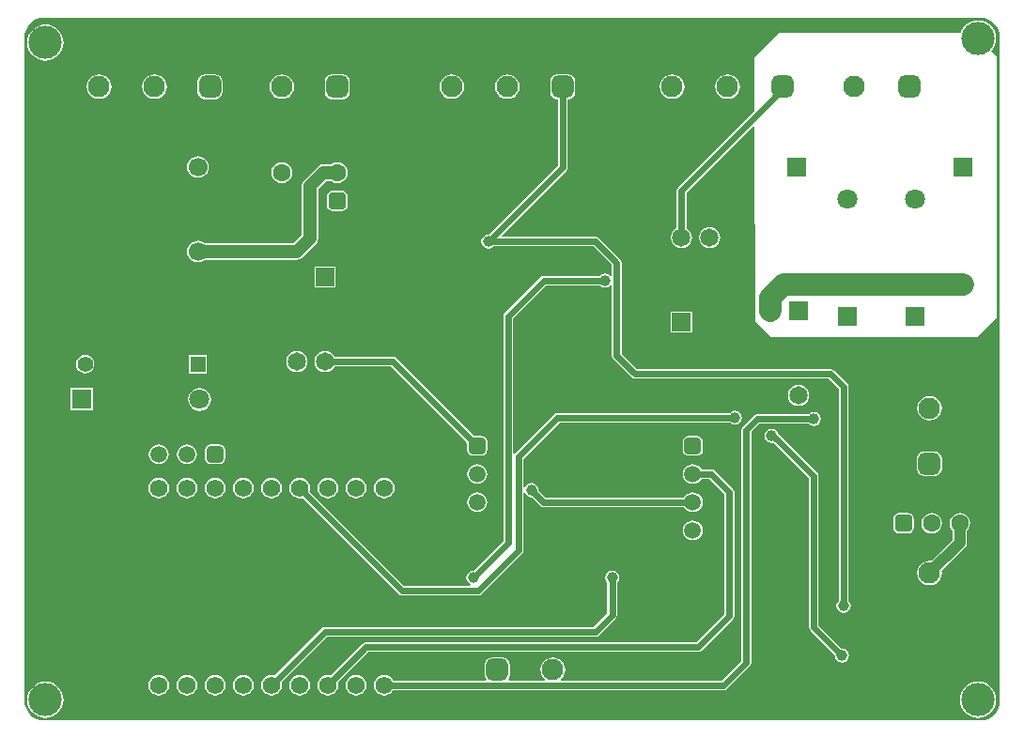
<source format=gbl>
G04*
G04 #@! TF.GenerationSoftware,Altium Limited,Altium Designer,24.5.2 (23)*
G04*
G04 Layer_Physical_Order=2*
G04 Layer_Color=16711680*
%FSLAX24Y24*%
%MOIN*%
G70*
G04*
G04 #@! TF.SameCoordinates,26E0946A-0AB7-4A17-999B-C9CC4906AAC0*
G04*
G04*
G04 #@! TF.FilePolarity,Positive*
G04*
G01*
G75*
%ADD64R,0.0551X0.0551*%
%ADD65C,0.0551*%
%ADD66C,0.0669*%
%ADD79C,0.0787*%
%ADD80C,0.0236*%
%ADD81C,0.0394*%
%ADD83C,0.0472*%
%ADD84C,0.0709*%
%ADD85R,0.0709X0.0709*%
%ADD86C,0.0768*%
G04:AMPARAMS|DCode=87|XSize=76.8mil|YSize=76.8mil|CornerRadius=19.2mil|HoleSize=0mil|Usage=FLASHONLY|Rotation=180.000|XOffset=0mil|YOffset=0mil|HoleType=Round|Shape=RoundedRectangle|*
%AMROUNDEDRECTD87*
21,1,0.0768,0.0384,0,0,180.0*
21,1,0.0384,0.0768,0,0,180.0*
1,1,0.0384,-0.0192,0.0192*
1,1,0.0384,0.0192,0.0192*
1,1,0.0384,0.0192,-0.0192*
1,1,0.0384,-0.0192,-0.0192*
%
%ADD87ROUNDEDRECTD87*%
%ADD88C,0.0650*%
%ADD89R,0.0650X0.0650*%
G04:AMPARAMS|DCode=90|XSize=63mil|YSize=63mil|CornerRadius=15.7mil|HoleSize=0mil|Usage=FLASHONLY|Rotation=0.000|XOffset=0mil|YOffset=0mil|HoleType=Round|Shape=RoundedRectangle|*
%AMROUNDEDRECTD90*
21,1,0.0630,0.0315,0,0,0.0*
21,1,0.0315,0.0630,0,0,0.0*
1,1,0.0315,0.0157,-0.0157*
1,1,0.0315,-0.0157,-0.0157*
1,1,0.0315,-0.0157,0.0157*
1,1,0.0315,0.0157,0.0157*
%
%ADD90ROUNDEDRECTD90*%
%ADD91C,0.0630*%
G04:AMPARAMS|DCode=92|XSize=76.8mil|YSize=76.8mil|CornerRadius=19.2mil|HoleSize=0mil|Usage=FLASHONLY|Rotation=90.000|XOffset=0mil|YOffset=0mil|HoleType=Round|Shape=RoundedRectangle|*
%AMROUNDEDRECTD92*
21,1,0.0768,0.0384,0,0,90.0*
21,1,0.0384,0.0768,0,0,90.0*
1,1,0.0384,0.0192,0.0192*
1,1,0.0384,0.0192,-0.0192*
1,1,0.0384,-0.0192,-0.0192*
1,1,0.0384,-0.0192,0.0192*
%
%ADD92ROUNDEDRECTD92*%
%ADD93R,0.0620X0.0620*%
%ADD94C,0.0620*%
G04:AMPARAMS|DCode=95|XSize=63mil|YSize=63mil|CornerRadius=15.7mil|HoleSize=0mil|Usage=FLASHONLY|Rotation=90.000|XOffset=0mil|YOffset=0mil|HoleType=Round|Shape=RoundedRectangle|*
%AMROUNDEDRECTD95*
21,1,0.0630,0.0315,0,0,90.0*
21,1,0.0315,0.0630,0,0,90.0*
1,1,0.0315,0.0157,0.0157*
1,1,0.0315,0.0157,-0.0157*
1,1,0.0315,-0.0157,-0.0157*
1,1,0.0315,-0.0157,0.0157*
%
%ADD95ROUNDEDRECTD95*%
%ADD96C,0.1181*%
%ADD97R,0.0709X0.0709*%
%ADD98C,0.0598*%
G04:AMPARAMS|DCode=99|XSize=59.8mil|YSize=59.8mil|CornerRadius=15mil|HoleSize=0mil|Usage=FLASHONLY|Rotation=270.000|XOffset=0mil|YOffset=0mil|HoleType=Round|Shape=RoundedRectangle|*
%AMROUNDEDRECTD99*
21,1,0.0598,0.0299,0,0,270.0*
21,1,0.0299,0.0598,0,0,270.0*
1,1,0.0299,-0.0150,-0.0150*
1,1,0.0299,-0.0150,0.0150*
1,1,0.0299,0.0150,0.0150*
1,1,0.0299,0.0150,-0.0150*
%
%ADD99ROUNDEDRECTD99*%
G04:AMPARAMS|DCode=100|XSize=59.8mil|YSize=59.8mil|CornerRadius=15mil|HoleSize=0mil|Usage=FLASHONLY|Rotation=180.000|XOffset=0mil|YOffset=0mil|HoleType=Round|Shape=RoundedRectangle|*
%AMROUNDEDRECTD100*
21,1,0.0598,0.0299,0,0,180.0*
21,1,0.0299,0.0598,0,0,180.0*
1,1,0.0299,-0.0150,0.0150*
1,1,0.0299,0.0150,0.0150*
1,1,0.0299,0.0150,-0.0150*
1,1,0.0299,-0.0150,-0.0150*
%
%ADD100ROUNDEDRECTD100*%
%ADD101C,0.0394*%
G36*
X-1069Y25048D02*
X32147Y25048D01*
X32151Y25047D01*
Y25047D01*
X32151Y25048D01*
X32287Y25034D01*
X32418Y24994D01*
X32538Y24930D01*
X32644Y24843D01*
X32731Y24738D01*
X32795Y24617D01*
X32835Y24486D01*
X32848Y24351D01*
X32848Y24350D01*
X32848Y800D01*
X32848Y799D01*
X32835Y664D01*
X32795Y533D01*
X32731Y412D01*
X32644Y307D01*
X32538Y220D01*
X32418Y156D01*
X32287Y116D01*
X32151Y102D01*
X32151Y103D01*
Y103D01*
X32147Y102D01*
X-1069D01*
X-1071Y102D01*
X-1206Y115D01*
X-1336Y155D01*
X-1457Y219D01*
X-1563Y306D01*
X-1649Y412D01*
X-1714Y532D01*
X-1753Y663D01*
X-1767Y798D01*
X-1767Y799D01*
X-1767Y24351D01*
X-1767Y24352D01*
X-1753Y24487D01*
X-1714Y24618D01*
X-1649Y24738D01*
X-1563Y24844D01*
X-1457Y24931D01*
X-1336Y24995D01*
X-1206Y25035D01*
X-1071Y25048D01*
X-1069Y25048D01*
D02*
G37*
%LPC*%
G36*
X-1023Y24809D02*
X-1149Y24797D01*
X-1270Y24760D01*
X-1381Y24701D01*
X-1478Y24621D01*
X-1558Y24523D01*
X-1618Y24412D01*
X-1655Y24291D01*
X-1667Y24166D01*
X-1655Y24040D01*
X-1618Y23919D01*
X-1558Y23808D01*
X-1478Y23711D01*
X-1381Y23631D01*
X-1270Y23571D01*
X-1149Y23534D01*
X-1023Y23522D01*
X-898Y23534D01*
X-777Y23571D01*
X-666Y23631D01*
X-568Y23711D01*
X-488Y23808D01*
X-429Y23919D01*
X-392Y24040D01*
X-380Y24166D01*
X-392Y24291D01*
X-429Y24412D01*
X-488Y24523D01*
X-568Y24621D01*
X-666Y24701D01*
X-777Y24760D01*
X-898Y24797D01*
X-1023Y24809D01*
D02*
G37*
G36*
X23182Y23038D02*
X23068Y23023D01*
X22963Y22979D01*
X22872Y22909D01*
X22803Y22819D01*
X22759Y22713D01*
X22744Y22600D01*
X22759Y22487D01*
X22803Y22381D01*
X22872Y22291D01*
X22963Y22221D01*
X23068Y22177D01*
X23182Y22162D01*
X23295Y22177D01*
X23400Y22221D01*
X23491Y22291D01*
X23560Y22381D01*
X23604Y22487D01*
X23619Y22600D01*
X23604Y22713D01*
X23560Y22819D01*
X23491Y22909D01*
X23400Y22979D01*
X23295Y23023D01*
X23182Y23038D01*
D02*
G37*
G36*
X21213D02*
X21100Y23023D01*
X20994Y22979D01*
X20904Y22909D01*
X20834Y22819D01*
X20790Y22713D01*
X20775Y22600D01*
X20790Y22487D01*
X20834Y22381D01*
X20904Y22291D01*
X20994Y22221D01*
X21100Y22177D01*
X21213Y22162D01*
X21326Y22177D01*
X21432Y22221D01*
X21522Y22291D01*
X21592Y22381D01*
X21636Y22487D01*
X21651Y22600D01*
X21636Y22713D01*
X21592Y22819D01*
X21522Y22909D01*
X21432Y22979D01*
X21326Y23023D01*
X21213Y23038D01*
D02*
G37*
G36*
X15366D02*
X15252Y23023D01*
X15147Y22979D01*
X15056Y22909D01*
X14987Y22819D01*
X14943Y22713D01*
X14928Y22600D01*
X14943Y22487D01*
X14987Y22381D01*
X15056Y22291D01*
X15147Y22221D01*
X15252Y22177D01*
X15366Y22162D01*
X15479Y22177D01*
X15585Y22221D01*
X15675Y22291D01*
X15745Y22381D01*
X15788Y22487D01*
X15803Y22600D01*
X15788Y22713D01*
X15745Y22819D01*
X15675Y22909D01*
X15585Y22979D01*
X15479Y23023D01*
X15366Y23038D01*
D02*
G37*
G36*
X13397D02*
X13284Y23023D01*
X13178Y22979D01*
X13088Y22909D01*
X13018Y22819D01*
X12975Y22713D01*
X12960Y22600D01*
X12975Y22487D01*
X13018Y22381D01*
X13088Y22291D01*
X13178Y22221D01*
X13284Y22177D01*
X13397Y22162D01*
X13511Y22177D01*
X13616Y22221D01*
X13707Y22291D01*
X13776Y22381D01*
X13820Y22487D01*
X13835Y22600D01*
X13820Y22713D01*
X13776Y22819D01*
X13707Y22909D01*
X13616Y22979D01*
X13511Y23023D01*
X13397Y23038D01*
D02*
G37*
G36*
X7366D02*
X7252Y23023D01*
X7147Y22979D01*
X7056Y22909D01*
X6987Y22819D01*
X6943Y22713D01*
X6928Y22600D01*
X6943Y22487D01*
X6987Y22381D01*
X7056Y22291D01*
X7147Y22221D01*
X7252Y22177D01*
X7366Y22162D01*
X7479Y22177D01*
X7585Y22221D01*
X7675Y22291D01*
X7745Y22381D01*
X7788Y22487D01*
X7803Y22600D01*
X7788Y22713D01*
X7745Y22819D01*
X7675Y22909D01*
X7585Y22979D01*
X7479Y23023D01*
X7366Y23038D01*
D02*
G37*
G36*
X2850D02*
X2737Y23023D01*
X2631Y22979D01*
X2541Y22909D01*
X2471Y22819D01*
X2427Y22713D01*
X2412Y22600D01*
X2427Y22487D01*
X2471Y22381D01*
X2541Y22291D01*
X2631Y22221D01*
X2737Y22177D01*
X2850Y22162D01*
X2963Y22177D01*
X3069Y22221D01*
X3159Y22291D01*
X3229Y22381D01*
X3273Y22487D01*
X3288Y22600D01*
X3273Y22713D01*
X3229Y22819D01*
X3159Y22909D01*
X3069Y22979D01*
X2963Y23023D01*
X2850Y23038D01*
D02*
G37*
G36*
X882D02*
X768Y23023D01*
X663Y22979D01*
X572Y22909D01*
X503Y22819D01*
X459Y22713D01*
X444Y22600D01*
X459Y22487D01*
X503Y22381D01*
X572Y22291D01*
X663Y22221D01*
X768Y22177D01*
X882Y22162D01*
X995Y22177D01*
X1100Y22221D01*
X1191Y22291D01*
X1260Y22381D01*
X1304Y22487D01*
X1319Y22600D01*
X1304Y22713D01*
X1260Y22819D01*
X1191Y22909D01*
X1100Y22979D01*
X995Y23023D01*
X882Y23038D01*
D02*
G37*
G36*
X9526Y23039D02*
X9142D01*
X9048Y23020D01*
X8968Y22966D01*
X8914Y22886D01*
X8896Y22792D01*
Y22408D01*
X8914Y22314D01*
X8968Y22234D01*
X9048Y22180D01*
X9142Y22161D01*
X9526D01*
X9621Y22180D01*
X9701Y22234D01*
X9754Y22314D01*
X9773Y22408D01*
Y22792D01*
X9754Y22886D01*
X9701Y22966D01*
X9621Y23020D01*
X9526Y23039D01*
D02*
G37*
G36*
X5010D02*
X4627D01*
X4532Y23020D01*
X4452Y22966D01*
X4399Y22886D01*
X4380Y22792D01*
Y22408D01*
X4399Y22314D01*
X4452Y22234D01*
X4532Y22180D01*
X4627Y22161D01*
X5010D01*
X5105Y22180D01*
X5185Y22234D01*
X5238Y22314D01*
X5257Y22408D01*
Y22792D01*
X5238Y22886D01*
X5185Y22966D01*
X5105Y23020D01*
X5010Y23039D01*
D02*
G37*
G36*
X4388Y20138D02*
X4288Y20125D01*
X4194Y20086D01*
X4114Y20024D01*
X4052Y19944D01*
X4013Y19850D01*
X4000Y19750D01*
X4013Y19650D01*
X4052Y19556D01*
X4114Y19476D01*
X4194Y19414D01*
X4288Y19375D01*
X4388Y19362D01*
X4489Y19375D01*
X4582Y19414D01*
X4663Y19476D01*
X4724Y19556D01*
X4763Y19650D01*
X4776Y19750D01*
X4763Y19850D01*
X4724Y19944D01*
X4663Y20024D01*
X4582Y20086D01*
X4489Y20125D01*
X4388Y20138D01*
D02*
G37*
G36*
X9334Y19918D02*
X9239Y19906D01*
X9150Y19869D01*
X9111Y19839D01*
X8831D01*
X8756Y19829D01*
X8686Y19800D01*
X8627Y19754D01*
X8627Y19754D01*
X8165Y19293D01*
X8120Y19233D01*
X8091Y19163D01*
X8081Y19089D01*
Y17331D01*
X7789Y17039D01*
X4644D01*
X4582Y17086D01*
X4489Y17125D01*
X4388Y17138D01*
X4288Y17125D01*
X4194Y17086D01*
X4114Y17024D01*
X4052Y16944D01*
X4013Y16850D01*
X4000Y16750D01*
X4013Y16650D01*
X4052Y16556D01*
X4114Y16476D01*
X4194Y16414D01*
X4288Y16375D01*
X4388Y16362D01*
X4489Y16375D01*
X4582Y16414D01*
X4644Y16461D01*
X7908D01*
X7983Y16471D01*
X8053Y16500D01*
X8112Y16546D01*
X8574Y17007D01*
X8620Y17067D01*
X8648Y17137D01*
X8658Y17211D01*
Y18969D01*
X8950Y19261D01*
X9111D01*
X9150Y19231D01*
X9239Y19194D01*
X9334Y19182D01*
X9430Y19194D01*
X9518Y19231D01*
X9595Y19290D01*
X9653Y19366D01*
X9690Y19455D01*
X9702Y19550D01*
X9690Y19645D01*
X9653Y19734D01*
X9595Y19810D01*
X9518Y19869D01*
X9430Y19906D01*
X9334Y19918D01*
D02*
G37*
G36*
X7366D02*
X7270Y19906D01*
X7182Y19869D01*
X7105Y19810D01*
X7047Y19734D01*
X7010Y19645D01*
X6998Y19550D01*
X7010Y19455D01*
X7047Y19366D01*
X7105Y19290D01*
X7182Y19231D01*
X7270Y19194D01*
X7366Y19182D01*
X7461Y19194D01*
X7550Y19231D01*
X7626Y19290D01*
X7685Y19366D01*
X7721Y19455D01*
X7734Y19550D01*
X7721Y19645D01*
X7685Y19734D01*
X7626Y19810D01*
X7550Y19869D01*
X7461Y19906D01*
X7366Y19918D01*
D02*
G37*
G36*
X9492Y18919D02*
X9177D01*
X9096Y18903D01*
X9027Y18857D01*
X8981Y18788D01*
X8965Y18707D01*
Y18393D01*
X8981Y18312D01*
X9027Y18243D01*
X9096Y18197D01*
X9177Y18181D01*
X9492D01*
X9573Y18197D01*
X9641Y18243D01*
X9687Y18312D01*
X9703Y18393D01*
Y18707D01*
X9687Y18788D01*
X9641Y18857D01*
X9573Y18903D01*
X9492Y18919D01*
D02*
G37*
G36*
X17526Y23039D02*
X17142D01*
X17048Y23020D01*
X16968Y22966D01*
X16914Y22886D01*
X16896Y22792D01*
Y22408D01*
X16914Y22314D01*
X16968Y22234D01*
X17048Y22180D01*
X17142Y22161D01*
X17163D01*
Y19805D01*
X14708Y17350D01*
X14700Y17352D01*
X14604Y17333D01*
X14522Y17278D01*
X14467Y17196D01*
X14448Y17100D01*
X14467Y17004D01*
X14522Y16922D01*
X14604Y16867D01*
X14700Y16848D01*
X14796Y16867D01*
X14878Y16922D01*
X14882Y16929D01*
X18429D01*
X19079Y16279D01*
Y15891D01*
X19029Y15876D01*
X19014Y15898D01*
X18932Y15952D01*
X18836Y15972D01*
X18740Y15952D01*
X18658Y15898D01*
X18654Y15891D01*
X16670D01*
X16604Y15878D01*
X16549Y15841D01*
X15279Y14571D01*
X15242Y14516D01*
X15229Y14450D01*
Y6471D01*
X14171Y5414D01*
X14163Y5415D01*
X14067Y5396D01*
X13985Y5341D01*
X13931Y5260D01*
X13912Y5163D01*
X13931Y5067D01*
X13985Y4985D01*
X14052Y4941D01*
X14037Y4891D01*
X11701D01*
X8347Y8246D01*
X8351Y8256D01*
X8363Y8350D01*
X8351Y8444D01*
X8314Y8532D01*
X8257Y8607D01*
X8182Y8664D01*
X8094Y8701D01*
X8000Y8713D01*
X7906Y8701D01*
X7818Y8664D01*
X7743Y8607D01*
X7686Y8532D01*
X7649Y8444D01*
X7637Y8350D01*
X7649Y8256D01*
X7686Y8168D01*
X7743Y8093D01*
X7818Y8036D01*
X7906Y7999D01*
X8000Y7987D01*
X8094Y7999D01*
X8104Y8003D01*
X11509Y4599D01*
X11565Y4561D01*
X11630Y4548D01*
X14347D01*
X14413Y4561D01*
X14468Y4599D01*
X15886Y6016D01*
X15923Y6072D01*
X15936Y6137D01*
Y8184D01*
X15986Y8189D01*
X15987Y8184D01*
X16042Y8102D01*
X16124Y8048D01*
X16220Y8028D01*
X16228Y8030D01*
X16529Y7729D01*
X16584Y7692D01*
X16650Y7679D01*
X21643D01*
X21645Y7674D01*
X21701Y7601D01*
X21774Y7545D01*
X21859Y7510D01*
X21950Y7498D01*
X22041Y7510D01*
X22126Y7545D01*
X22199Y7601D01*
X22255Y7674D01*
X22290Y7759D01*
X22302Y7850D01*
X22290Y7941D01*
X22255Y8026D01*
X22199Y8099D01*
X22126Y8155D01*
X22041Y8190D01*
X21950Y8202D01*
X21859Y8190D01*
X21774Y8155D01*
X21701Y8099D01*
X21645Y8026D01*
X21643Y8021D01*
X16721D01*
X16470Y8272D01*
X16472Y8280D01*
X16452Y8376D01*
X16398Y8458D01*
X16316Y8513D01*
X16220Y8532D01*
X16124Y8513D01*
X16042Y8458D01*
X15987Y8376D01*
X15986Y8372D01*
X15936Y8376D01*
Y9394D01*
X17221Y10679D01*
X23268D01*
X23272Y10672D01*
X23354Y10617D01*
X23450Y10598D01*
X23546Y10617D01*
X23628Y10672D01*
X23683Y10754D01*
X23702Y10850D01*
X23683Y10946D01*
X23628Y11028D01*
X23546Y11083D01*
X23450Y11102D01*
X23354Y11083D01*
X23272Y11028D01*
X23268Y11021D01*
X17150D01*
X17084Y11008D01*
X17029Y10971D01*
X15644Y9586D01*
X15621Y9553D01*
X15571Y9568D01*
Y14379D01*
X16741Y15549D01*
X18654D01*
X18658Y15542D01*
X18740Y15487D01*
X18836Y15468D01*
X18932Y15487D01*
X19014Y15542D01*
X19029Y15564D01*
X19079Y15549D01*
Y13050D01*
X19092Y12984D01*
X19129Y12929D01*
X19779Y12279D01*
X19834Y12242D01*
X19900Y12229D01*
X26779D01*
X27129Y11879D01*
Y4355D01*
X27122Y4350D01*
X27067Y4269D01*
X27048Y4172D01*
X27067Y4076D01*
X27122Y3994D01*
X27204Y3940D01*
X27300Y3921D01*
X27396Y3940D01*
X27478Y3994D01*
X27533Y4076D01*
X27552Y4172D01*
X27533Y4269D01*
X27478Y4350D01*
X27471Y4355D01*
Y11950D01*
X27458Y12016D01*
X27421Y12071D01*
X26971Y12521D01*
X26916Y12558D01*
X26850Y12571D01*
X19971D01*
X19421Y13121D01*
Y16350D01*
X19408Y16416D01*
X19371Y16471D01*
X18621Y17221D01*
X18566Y17258D01*
X18500Y17271D01*
X15179D01*
X15160Y17318D01*
X17455Y19613D01*
X17493Y19669D01*
X17506Y19734D01*
Y22161D01*
X17526D01*
X17621Y22180D01*
X17701Y22234D01*
X17754Y22314D01*
X17773Y22408D01*
Y22792D01*
X17754Y22886D01*
X17701Y22966D01*
X17621Y23020D01*
X17526Y23039D01*
D02*
G37*
G36*
X22550Y17628D02*
X22452Y17615D01*
X22361Y17578D01*
X22283Y17517D01*
X22222Y17439D01*
X22185Y17348D01*
X22172Y17250D01*
X22185Y17152D01*
X22222Y17061D01*
X22283Y16983D01*
X22361Y16922D01*
X22452Y16885D01*
X22550Y16872D01*
X22648Y16885D01*
X22739Y16922D01*
X22817Y16983D01*
X22878Y17061D01*
X22915Y17152D01*
X22928Y17250D01*
X22915Y17348D01*
X22878Y17439D01*
X22817Y17517D01*
X22739Y17578D01*
X22648Y17615D01*
X22550Y17628D01*
D02*
G37*
G36*
X9275Y16225D02*
X8525D01*
Y15475D01*
X9275D01*
Y16225D01*
D02*
G37*
G36*
X21925Y14625D02*
X21175D01*
Y13875D01*
X21925D01*
Y14625D01*
D02*
G37*
G36*
X32071Y24959D02*
X31946Y24947D01*
X31825Y24910D01*
X31714Y24851D01*
X31616Y24771D01*
X31536Y24673D01*
X31477Y24562D01*
X31458Y24500D01*
X25000D01*
X24127Y23627D01*
X24136Y21729D01*
X21429Y19021D01*
X21392Y18966D01*
X21379Y18900D01*
Y17585D01*
X21361Y17578D01*
X21283Y17517D01*
X21222Y17439D01*
X21185Y17348D01*
X21172Y17250D01*
X21185Y17152D01*
X21222Y17061D01*
X21283Y16983D01*
X21361Y16922D01*
X21452Y16885D01*
X21550Y16872D01*
X21648Y16885D01*
X21739Y16922D01*
X21817Y16983D01*
X21878Y17061D01*
X21915Y17152D01*
X21928Y17250D01*
X21915Y17348D01*
X21878Y17439D01*
X21817Y17517D01*
X21739Y17578D01*
X21721Y17585D01*
Y18829D01*
X24093Y21200D01*
X24139Y21181D01*
X24174Y14276D01*
X24750Y13700D01*
X32050D01*
X32750Y14400D01*
Y23650D01*
X32532Y23868D01*
X32606Y23958D01*
X32666Y24069D01*
X32703Y24190D01*
X32715Y24316D01*
X32703Y24441D01*
X32666Y24562D01*
X32606Y24673D01*
X32526Y24771D01*
X32429Y24851D01*
X32318Y24910D01*
X32197Y24947D01*
X32071Y24959D01*
D02*
G37*
G36*
X7900Y13228D02*
X7802Y13215D01*
X7711Y13178D01*
X7633Y13117D01*
X7572Y13039D01*
X7535Y12948D01*
X7522Y12850D01*
X7535Y12752D01*
X7572Y12661D01*
X7633Y12583D01*
X7711Y12522D01*
X7802Y12485D01*
X7900Y12472D01*
X7998Y12485D01*
X8089Y12522D01*
X8167Y12583D01*
X8228Y12661D01*
X8265Y12752D01*
X8278Y12850D01*
X8265Y12948D01*
X8228Y13039D01*
X8167Y13117D01*
X8089Y13178D01*
X7998Y13215D01*
X7900Y13228D01*
D02*
G37*
G36*
X4714Y13076D02*
X4063D01*
Y12424D01*
X4714D01*
Y13076D01*
D02*
G37*
G36*
X388Y13078D02*
X303Y13067D01*
X224Y13034D01*
X156Y12982D01*
X104Y12914D01*
X71Y12835D01*
X60Y12750D01*
X71Y12665D01*
X104Y12586D01*
X156Y12518D01*
X224Y12466D01*
X303Y12433D01*
X388Y12422D01*
X473Y12433D01*
X552Y12466D01*
X620Y12518D01*
X673Y12586D01*
X705Y12665D01*
X717Y12750D01*
X705Y12835D01*
X673Y12914D01*
X620Y12982D01*
X552Y13034D01*
X473Y13067D01*
X388Y13078D01*
D02*
G37*
G36*
X25700Y12028D02*
X25602Y12015D01*
X25511Y11978D01*
X25433Y11917D01*
X25372Y11839D01*
X25335Y11748D01*
X25322Y11650D01*
X25335Y11552D01*
X25372Y11461D01*
X25433Y11383D01*
X25511Y11322D01*
X25602Y11285D01*
X25700Y11272D01*
X25798Y11285D01*
X25889Y11322D01*
X25967Y11383D01*
X26028Y11461D01*
X26065Y11552D01*
X26078Y11650D01*
X26065Y11748D01*
X26028Y11839D01*
X25967Y11917D01*
X25889Y11978D01*
X25798Y12015D01*
X25700Y12028D01*
D02*
G37*
G36*
X681Y11904D02*
X-128D01*
Y11096D01*
X681D01*
Y11904D01*
D02*
G37*
G36*
X4450Y11908D02*
X4344Y11894D01*
X4246Y11853D01*
X4162Y11788D01*
X4097Y11704D01*
X4056Y11606D01*
X4042Y11500D01*
X4056Y11394D01*
X4097Y11296D01*
X4162Y11212D01*
X4246Y11147D01*
X4344Y11106D01*
X4450Y11092D01*
X4556Y11106D01*
X4654Y11147D01*
X4738Y11212D01*
X4803Y11296D01*
X4844Y11394D01*
X4858Y11500D01*
X4844Y11606D01*
X4803Y11704D01*
X4738Y11788D01*
X4654Y11853D01*
X4556Y11894D01*
X4450Y11908D01*
D02*
G37*
G36*
X30350Y11622D02*
X30237Y11607D01*
X30131Y11563D01*
X30041Y11494D01*
X29971Y11403D01*
X29927Y11298D01*
X29912Y11184D01*
X29927Y11071D01*
X29971Y10965D01*
X30041Y10875D01*
X30131Y10805D01*
X30237Y10762D01*
X30350Y10747D01*
X30463Y10762D01*
X30569Y10805D01*
X30659Y10875D01*
X30729Y10965D01*
X30773Y11071D01*
X30788Y11184D01*
X30773Y11298D01*
X30729Y11403D01*
X30659Y11494D01*
X30569Y11563D01*
X30463Y11607D01*
X30350Y11622D01*
D02*
G37*
G36*
X26250Y11052D02*
X26154Y11033D01*
X26072Y10978D01*
X26068Y10971D01*
X24231D01*
X24165Y10958D01*
X24110Y10921D01*
X23729Y10540D01*
X23692Y10485D01*
X23679Y10419D01*
Y2221D01*
X22977Y1519D01*
X17283D01*
X17266Y1569D01*
X17294Y1591D01*
X17363Y1681D01*
X17407Y1787D01*
X17422Y1900D01*
X17407Y2013D01*
X17363Y2119D01*
X17294Y2209D01*
X17203Y2279D01*
X17098Y2323D01*
X16984Y2338D01*
X16871Y2323D01*
X16765Y2279D01*
X16675Y2209D01*
X16605Y2119D01*
X16562Y2013D01*
X16547Y1900D01*
X16562Y1787D01*
X16605Y1681D01*
X16675Y1591D01*
X16702Y1569D01*
X16685Y1519D01*
X15433D01*
X15406Y1569D01*
X15436Y1614D01*
X15454Y1708D01*
Y2092D01*
X15436Y2186D01*
X15382Y2266D01*
X15302Y2320D01*
X15208Y2339D01*
X14824D01*
X14729Y2320D01*
X14649Y2266D01*
X14596Y2186D01*
X14577Y2092D01*
Y1708D01*
X14596Y1614D01*
X14625Y1569D01*
X14599Y1519D01*
X11319D01*
X11314Y1532D01*
X11257Y1607D01*
X11182Y1664D01*
X11094Y1701D01*
X11000Y1713D01*
X10906Y1701D01*
X10818Y1664D01*
X10743Y1607D01*
X10686Y1532D01*
X10649Y1444D01*
X10637Y1350D01*
X10649Y1256D01*
X10686Y1168D01*
X10743Y1093D01*
X10818Y1036D01*
X10906Y999D01*
X11000Y987D01*
X11094Y999D01*
X11182Y1036D01*
X11257Y1093D01*
X11314Y1168D01*
X11318Y1177D01*
X23048D01*
X23114Y1190D01*
X23169Y1227D01*
X23971Y2029D01*
X24008Y2084D01*
X24021Y2150D01*
Y10348D01*
X24302Y10629D01*
X26068D01*
X26072Y10622D01*
X26154Y10567D01*
X26250Y10548D01*
X26346Y10567D01*
X26428Y10622D01*
X26483Y10704D01*
X26502Y10800D01*
X26483Y10896D01*
X26428Y10978D01*
X26346Y11033D01*
X26250Y11052D01*
D02*
G37*
G36*
X22100Y10203D02*
X21800D01*
X21723Y10188D01*
X21656Y10144D01*
X21612Y10077D01*
X21597Y10000D01*
Y9700D01*
X21612Y9623D01*
X21656Y9556D01*
X21723Y9512D01*
X21800Y9497D01*
X22100D01*
X22177Y9512D01*
X22244Y9556D01*
X22288Y9623D01*
X22303Y9700D01*
Y10000D01*
X22288Y10077D01*
X22244Y10144D01*
X22177Y10188D01*
X22100Y10203D01*
D02*
G37*
G36*
X8900Y13228D02*
X8802Y13215D01*
X8711Y13178D01*
X8633Y13117D01*
X8572Y13039D01*
X8535Y12948D01*
X8522Y12850D01*
X8535Y12752D01*
X8572Y12661D01*
X8633Y12583D01*
X8711Y12522D01*
X8802Y12485D01*
X8900Y12472D01*
X8998Y12485D01*
X9089Y12522D01*
X9167Y12583D01*
X9228Y12661D01*
X9235Y12679D01*
X11229D01*
X13947Y9961D01*
Y9700D01*
X13962Y9623D01*
X14006Y9556D01*
X14073Y9512D01*
X14150Y9497D01*
X14450D01*
X14527Y9512D01*
X14594Y9556D01*
X14638Y9623D01*
X14653Y9700D01*
Y10000D01*
X14638Y10077D01*
X14594Y10144D01*
X14527Y10188D01*
X14450Y10203D01*
X14189D01*
X11421Y12971D01*
X11366Y13008D01*
X11300Y13021D01*
X9235D01*
X9228Y13039D01*
X9167Y13117D01*
X9089Y13178D01*
X8998Y13215D01*
X8900Y13228D01*
D02*
G37*
G36*
X4000Y9902D02*
X3909Y9890D01*
X3824Y9855D01*
X3751Y9799D01*
X3695Y9726D01*
X3660Y9641D01*
X3648Y9550D01*
X3660Y9459D01*
X3695Y9374D01*
X3751Y9301D01*
X3824Y9245D01*
X3909Y9210D01*
X4000Y9198D01*
X4091Y9210D01*
X4176Y9245D01*
X4249Y9301D01*
X4305Y9374D01*
X4340Y9459D01*
X4352Y9550D01*
X4340Y9641D01*
X4305Y9726D01*
X4249Y9799D01*
X4176Y9855D01*
X4091Y9890D01*
X4000Y9902D01*
D02*
G37*
G36*
X3000D02*
X2909Y9890D01*
X2824Y9855D01*
X2751Y9799D01*
X2695Y9726D01*
X2660Y9641D01*
X2648Y9550D01*
X2660Y9459D01*
X2695Y9374D01*
X2751Y9301D01*
X2824Y9245D01*
X2909Y9210D01*
X3000Y9198D01*
X3091Y9210D01*
X3176Y9245D01*
X3249Y9301D01*
X3305Y9374D01*
X3340Y9459D01*
X3352Y9550D01*
X3340Y9641D01*
X3305Y9726D01*
X3249Y9799D01*
X3176Y9855D01*
X3091Y9890D01*
X3000Y9902D01*
D02*
G37*
G36*
X5150Y9903D02*
X4850D01*
X4773Y9888D01*
X4706Y9844D01*
X4662Y9777D01*
X4647Y9700D01*
Y9400D01*
X4662Y9323D01*
X4706Y9256D01*
X4773Y9212D01*
X4850Y9197D01*
X5150D01*
X5227Y9212D01*
X5294Y9256D01*
X5338Y9323D01*
X5353Y9400D01*
Y9700D01*
X5338Y9777D01*
X5294Y9844D01*
X5227Y9888D01*
X5150Y9903D01*
D02*
G37*
G36*
X30542Y9654D02*
X30158D01*
X30064Y9636D01*
X29984Y9582D01*
X29930Y9502D01*
X29911Y9408D01*
Y9024D01*
X29930Y8929D01*
X29984Y8849D01*
X30064Y8796D01*
X30158Y8777D01*
X30542D01*
X30636Y8796D01*
X30716Y8849D01*
X30770Y8929D01*
X30789Y9024D01*
Y9408D01*
X30770Y9502D01*
X30716Y9582D01*
X30636Y9636D01*
X30542Y9654D01*
D02*
G37*
G36*
X14300Y9202D02*
X14209Y9190D01*
X14124Y9155D01*
X14051Y9099D01*
X13995Y9026D01*
X13960Y8941D01*
X13948Y8850D01*
X13960Y8759D01*
X13995Y8674D01*
X14051Y8601D01*
X14124Y8545D01*
X14209Y8510D01*
X14300Y8498D01*
X14391Y8510D01*
X14476Y8545D01*
X14549Y8601D01*
X14605Y8674D01*
X14640Y8759D01*
X14652Y8850D01*
X14640Y8941D01*
X14605Y9026D01*
X14549Y9099D01*
X14476Y9155D01*
X14391Y9190D01*
X14300Y9202D01*
D02*
G37*
G36*
X11000Y8713D02*
X10906Y8701D01*
X10818Y8664D01*
X10743Y8607D01*
X10686Y8532D01*
X10649Y8444D01*
X10637Y8350D01*
X10649Y8256D01*
X10686Y8168D01*
X10743Y8093D01*
X10818Y8036D01*
X10906Y7999D01*
X11000Y7987D01*
X11094Y7999D01*
X11182Y8036D01*
X11257Y8093D01*
X11314Y8168D01*
X11351Y8256D01*
X11363Y8350D01*
X11351Y8444D01*
X11314Y8532D01*
X11257Y8607D01*
X11182Y8664D01*
X11094Y8701D01*
X11000Y8713D01*
D02*
G37*
G36*
X10000D02*
X9906Y8701D01*
X9818Y8664D01*
X9743Y8607D01*
X9686Y8532D01*
X9649Y8444D01*
X9637Y8350D01*
X9649Y8256D01*
X9686Y8168D01*
X9743Y8093D01*
X9818Y8036D01*
X9906Y7999D01*
X10000Y7987D01*
X10094Y7999D01*
X10182Y8036D01*
X10257Y8093D01*
X10314Y8168D01*
X10351Y8256D01*
X10363Y8350D01*
X10351Y8444D01*
X10314Y8532D01*
X10257Y8607D01*
X10182Y8664D01*
X10094Y8701D01*
X10000Y8713D01*
D02*
G37*
G36*
X9000D02*
X8906Y8701D01*
X8818Y8664D01*
X8743Y8607D01*
X8686Y8532D01*
X8649Y8444D01*
X8637Y8350D01*
X8649Y8256D01*
X8686Y8168D01*
X8743Y8093D01*
X8818Y8036D01*
X8906Y7999D01*
X9000Y7987D01*
X9094Y7999D01*
X9182Y8036D01*
X9257Y8093D01*
X9314Y8168D01*
X9351Y8256D01*
X9363Y8350D01*
X9351Y8444D01*
X9314Y8532D01*
X9257Y8607D01*
X9182Y8664D01*
X9094Y8701D01*
X9000Y8713D01*
D02*
G37*
G36*
X7000D02*
X6906Y8701D01*
X6818Y8664D01*
X6743Y8607D01*
X6686Y8532D01*
X6649Y8444D01*
X6637Y8350D01*
X6649Y8256D01*
X6686Y8168D01*
X6743Y8093D01*
X6818Y8036D01*
X6906Y7999D01*
X7000Y7987D01*
X7094Y7999D01*
X7182Y8036D01*
X7257Y8093D01*
X7314Y8168D01*
X7351Y8256D01*
X7363Y8350D01*
X7351Y8444D01*
X7314Y8532D01*
X7257Y8607D01*
X7182Y8664D01*
X7094Y8701D01*
X7000Y8713D01*
D02*
G37*
G36*
X6000D02*
X5906Y8701D01*
X5818Y8664D01*
X5743Y8607D01*
X5686Y8532D01*
X5649Y8444D01*
X5637Y8350D01*
X5649Y8256D01*
X5686Y8168D01*
X5743Y8093D01*
X5818Y8036D01*
X5906Y7999D01*
X6000Y7987D01*
X6094Y7999D01*
X6182Y8036D01*
X6257Y8093D01*
X6314Y8168D01*
X6351Y8256D01*
X6363Y8350D01*
X6351Y8444D01*
X6314Y8532D01*
X6257Y8607D01*
X6182Y8664D01*
X6094Y8701D01*
X6000Y8713D01*
D02*
G37*
G36*
X5000D02*
X4906Y8701D01*
X4818Y8664D01*
X4743Y8607D01*
X4686Y8532D01*
X4649Y8444D01*
X4637Y8350D01*
X4649Y8256D01*
X4686Y8168D01*
X4743Y8093D01*
X4818Y8036D01*
X4906Y7999D01*
X5000Y7987D01*
X5094Y7999D01*
X5182Y8036D01*
X5257Y8093D01*
X5314Y8168D01*
X5351Y8256D01*
X5363Y8350D01*
X5351Y8444D01*
X5314Y8532D01*
X5257Y8607D01*
X5182Y8664D01*
X5094Y8701D01*
X5000Y8713D01*
D02*
G37*
G36*
X4000D02*
X3906Y8701D01*
X3818Y8664D01*
X3743Y8607D01*
X3686Y8532D01*
X3649Y8444D01*
X3637Y8350D01*
X3649Y8256D01*
X3686Y8168D01*
X3743Y8093D01*
X3818Y8036D01*
X3906Y7999D01*
X4000Y7987D01*
X4094Y7999D01*
X4182Y8036D01*
X4257Y8093D01*
X4314Y8168D01*
X4351Y8256D01*
X4363Y8350D01*
X4351Y8444D01*
X4314Y8532D01*
X4257Y8607D01*
X4182Y8664D01*
X4094Y8701D01*
X4000Y8713D01*
D02*
G37*
G36*
X3000D02*
X2906Y8701D01*
X2818Y8664D01*
X2743Y8607D01*
X2686Y8532D01*
X2649Y8444D01*
X2637Y8350D01*
X2649Y8256D01*
X2686Y8168D01*
X2743Y8093D01*
X2818Y8036D01*
X2906Y7999D01*
X3000Y7987D01*
X3094Y7999D01*
X3182Y8036D01*
X3257Y8093D01*
X3314Y8168D01*
X3351Y8256D01*
X3363Y8350D01*
X3351Y8444D01*
X3314Y8532D01*
X3257Y8607D01*
X3182Y8664D01*
X3094Y8701D01*
X3000Y8713D01*
D02*
G37*
G36*
X14300Y8202D02*
X14209Y8190D01*
X14124Y8155D01*
X14051Y8099D01*
X13995Y8026D01*
X13960Y7941D01*
X13948Y7850D01*
X13960Y7759D01*
X13995Y7674D01*
X14051Y7601D01*
X14124Y7545D01*
X14209Y7510D01*
X14300Y7498D01*
X14391Y7510D01*
X14476Y7545D01*
X14549Y7601D01*
X14605Y7674D01*
X14640Y7759D01*
X14652Y7850D01*
X14640Y7941D01*
X14605Y8026D01*
X14549Y8099D01*
X14476Y8155D01*
X14391Y8190D01*
X14300Y8202D01*
D02*
G37*
G36*
X30425Y7468D02*
X30330Y7456D01*
X30241Y7419D01*
X30165Y7360D01*
X30106Y7284D01*
X30069Y7195D01*
X30057Y7100D01*
X30069Y7005D01*
X30106Y6916D01*
X30165Y6840D01*
X30241Y6781D01*
X30330Y6744D01*
X30425Y6732D01*
X30520Y6744D01*
X30609Y6781D01*
X30685Y6840D01*
X30744Y6916D01*
X30780Y7005D01*
X30793Y7100D01*
X30780Y7195D01*
X30744Y7284D01*
X30685Y7360D01*
X30609Y7419D01*
X30520Y7456D01*
X30425Y7468D01*
D02*
G37*
G36*
X29582Y7469D02*
X29267D01*
X29186Y7453D01*
X29118Y7407D01*
X29072Y7338D01*
X29056Y7257D01*
Y6943D01*
X29072Y6862D01*
X29118Y6793D01*
X29186Y6747D01*
X29267Y6731D01*
X29582D01*
X29663Y6747D01*
X29732Y6793D01*
X29778Y6862D01*
X29794Y6943D01*
Y7257D01*
X29778Y7338D01*
X29732Y7407D01*
X29663Y7453D01*
X29582Y7469D01*
D02*
G37*
G36*
X21950Y7202D02*
X21859Y7190D01*
X21774Y7155D01*
X21701Y7099D01*
X21645Y7026D01*
X21610Y6941D01*
X21598Y6850D01*
X21610Y6759D01*
X21645Y6674D01*
X21701Y6601D01*
X21774Y6545D01*
X21859Y6510D01*
X21950Y6498D01*
X22041Y6510D01*
X22126Y6545D01*
X22199Y6601D01*
X22255Y6674D01*
X22290Y6759D01*
X22302Y6850D01*
X22290Y6941D01*
X22255Y7026D01*
X22199Y7099D01*
X22126Y7155D01*
X22041Y7190D01*
X21950Y7202D01*
D02*
G37*
G36*
X31425Y7468D02*
X31330Y7456D01*
X31241Y7419D01*
X31165Y7360D01*
X31106Y7284D01*
X31069Y7195D01*
X31057Y7100D01*
X31069Y7005D01*
X31106Y6916D01*
X31165Y6840D01*
X31173Y6833D01*
Y6513D01*
X30422Y5762D01*
X30350Y5772D01*
X30237Y5757D01*
X30131Y5713D01*
X30041Y5644D01*
X29971Y5553D01*
X29927Y5448D01*
X29912Y5334D01*
X29927Y5221D01*
X29971Y5115D01*
X30041Y5025D01*
X30131Y4955D01*
X30237Y4912D01*
X30350Y4897D01*
X30463Y4912D01*
X30569Y4955D01*
X30659Y5025D01*
X30729Y5115D01*
X30773Y5221D01*
X30788Y5334D01*
X30778Y5406D01*
X31603Y6231D01*
X31657Y6313D01*
X31676Y6409D01*
Y6833D01*
X31685Y6840D01*
X31744Y6916D01*
X31780Y7005D01*
X31793Y7100D01*
X31780Y7195D01*
X31744Y7284D01*
X31685Y7360D01*
X31609Y7419D01*
X31520Y7456D01*
X31425Y7468D01*
D02*
G37*
G36*
X24750Y10452D02*
X24654Y10433D01*
X24572Y10378D01*
X24517Y10296D01*
X24498Y10200D01*
X24517Y10104D01*
X24572Y10022D01*
X24654Y9967D01*
X24750Y9948D01*
X24815Y9961D01*
X24820Y9960D01*
X26073Y8708D01*
Y3406D01*
X26086Y3340D01*
X26123Y3285D01*
X27000Y2408D01*
X26998Y2400D01*
X27017Y2304D01*
X27072Y2222D01*
X27154Y2167D01*
X27250Y2148D01*
X27346Y2167D01*
X27428Y2222D01*
X27483Y2304D01*
X27502Y2400D01*
X27483Y2496D01*
X27428Y2578D01*
X27346Y2633D01*
X27250Y2652D01*
X27242Y2650D01*
X26416Y3477D01*
Y8779D01*
X26403Y8844D01*
X26365Y8900D01*
X25023Y10242D01*
X24989Y10265D01*
X24983Y10296D01*
X24928Y10378D01*
X24846Y10433D01*
X24750Y10452D01*
D02*
G37*
G36*
X21950Y9202D02*
X21859Y9190D01*
X21774Y9155D01*
X21701Y9099D01*
X21645Y9026D01*
X21610Y8941D01*
X21598Y8850D01*
X21610Y8759D01*
X21645Y8674D01*
X21701Y8601D01*
X21774Y8545D01*
X21859Y8510D01*
X21950Y8498D01*
X22041Y8510D01*
X22126Y8545D01*
X22199Y8601D01*
X22255Y8674D01*
X22257Y8679D01*
X22529D01*
X23079Y8129D01*
Y3871D01*
X22079Y2871D01*
X10350D01*
X10284Y2858D01*
X10229Y2821D01*
X9104Y1697D01*
X9094Y1701D01*
X9000Y1713D01*
X8906Y1701D01*
X8818Y1664D01*
X8743Y1607D01*
X8686Y1532D01*
X8649Y1444D01*
X8637Y1350D01*
X8649Y1256D01*
X8686Y1168D01*
X8743Y1093D01*
X8818Y1036D01*
X8906Y999D01*
X9000Y987D01*
X9094Y999D01*
X9182Y1036D01*
X9257Y1093D01*
X9314Y1168D01*
X9351Y1256D01*
X9363Y1350D01*
X9351Y1444D01*
X9347Y1454D01*
X10421Y2529D01*
X22150D01*
X22216Y2542D01*
X22271Y2579D01*
X23371Y3679D01*
X23408Y3734D01*
X23421Y3800D01*
Y8200D01*
X23408Y8266D01*
X23371Y8321D01*
X22721Y8971D01*
X22666Y9008D01*
X22600Y9021D01*
X22257D01*
X22255Y9026D01*
X22199Y9099D01*
X22126Y9155D01*
X22041Y9190D01*
X21950Y9202D01*
D02*
G37*
G36*
X19087Y5415D02*
X18990Y5396D01*
X18909Y5341D01*
X18854Y5260D01*
X18835Y5163D01*
X18854Y5067D01*
X18909Y4985D01*
X18915Y4981D01*
Y3908D01*
X18429Y3421D01*
X8900D01*
X8834Y3408D01*
X8779Y3371D01*
X7104Y1697D01*
X7094Y1701D01*
X7000Y1713D01*
X6906Y1701D01*
X6818Y1664D01*
X6743Y1607D01*
X6686Y1532D01*
X6649Y1444D01*
X6637Y1350D01*
X6649Y1256D01*
X6686Y1168D01*
X6743Y1093D01*
X6818Y1036D01*
X6906Y999D01*
X7000Y987D01*
X7094Y999D01*
X7182Y1036D01*
X7257Y1093D01*
X7314Y1168D01*
X7351Y1256D01*
X7363Y1350D01*
X7351Y1444D01*
X7347Y1454D01*
X8971Y3079D01*
X18500D01*
X18566Y3092D01*
X18621Y3129D01*
X19208Y3715D01*
X19245Y3771D01*
X19258Y3837D01*
Y4981D01*
X19265Y4985D01*
X19319Y5067D01*
X19338Y5163D01*
X19319Y5260D01*
X19265Y5341D01*
X19183Y5396D01*
X19087Y5415D01*
D02*
G37*
G36*
X10000Y1713D02*
X9906Y1701D01*
X9818Y1664D01*
X9743Y1607D01*
X9686Y1532D01*
X9649Y1444D01*
X9637Y1350D01*
X9649Y1256D01*
X9686Y1168D01*
X9743Y1093D01*
X9818Y1036D01*
X9906Y999D01*
X10000Y987D01*
X10094Y999D01*
X10182Y1036D01*
X10257Y1093D01*
X10314Y1168D01*
X10351Y1256D01*
X10363Y1350D01*
X10351Y1444D01*
X10314Y1532D01*
X10257Y1607D01*
X10182Y1664D01*
X10094Y1701D01*
X10000Y1713D01*
D02*
G37*
G36*
X8000D02*
X7906Y1701D01*
X7818Y1664D01*
X7743Y1607D01*
X7686Y1532D01*
X7649Y1444D01*
X7637Y1350D01*
X7649Y1256D01*
X7686Y1168D01*
X7743Y1093D01*
X7818Y1036D01*
X7906Y999D01*
X8000Y987D01*
X8094Y999D01*
X8182Y1036D01*
X8257Y1093D01*
X8314Y1168D01*
X8351Y1256D01*
X8363Y1350D01*
X8351Y1444D01*
X8314Y1532D01*
X8257Y1607D01*
X8182Y1664D01*
X8094Y1701D01*
X8000Y1713D01*
D02*
G37*
G36*
X6000D02*
X5906Y1701D01*
X5818Y1664D01*
X5743Y1607D01*
X5686Y1532D01*
X5649Y1444D01*
X5637Y1350D01*
X5649Y1256D01*
X5686Y1168D01*
X5743Y1093D01*
X5818Y1036D01*
X5906Y999D01*
X6000Y987D01*
X6094Y999D01*
X6182Y1036D01*
X6257Y1093D01*
X6314Y1168D01*
X6351Y1256D01*
X6363Y1350D01*
X6351Y1444D01*
X6314Y1532D01*
X6257Y1607D01*
X6182Y1664D01*
X6094Y1701D01*
X6000Y1713D01*
D02*
G37*
G36*
X5000D02*
X4906Y1701D01*
X4818Y1664D01*
X4743Y1607D01*
X4686Y1532D01*
X4649Y1444D01*
X4637Y1350D01*
X4649Y1256D01*
X4686Y1168D01*
X4743Y1093D01*
X4818Y1036D01*
X4906Y999D01*
X5000Y987D01*
X5094Y999D01*
X5182Y1036D01*
X5257Y1093D01*
X5314Y1168D01*
X5351Y1256D01*
X5363Y1350D01*
X5351Y1444D01*
X5314Y1532D01*
X5257Y1607D01*
X5182Y1664D01*
X5094Y1701D01*
X5000Y1713D01*
D02*
G37*
G36*
X4000D02*
X3906Y1701D01*
X3818Y1664D01*
X3743Y1607D01*
X3686Y1532D01*
X3649Y1444D01*
X3637Y1350D01*
X3649Y1256D01*
X3686Y1168D01*
X3743Y1093D01*
X3818Y1036D01*
X3906Y999D01*
X4000Y987D01*
X4094Y999D01*
X4182Y1036D01*
X4257Y1093D01*
X4314Y1168D01*
X4351Y1256D01*
X4363Y1350D01*
X4351Y1444D01*
X4314Y1532D01*
X4257Y1607D01*
X4182Y1664D01*
X4094Y1701D01*
X4000Y1713D01*
D02*
G37*
G36*
X3000D02*
X2906Y1701D01*
X2818Y1664D01*
X2743Y1607D01*
X2686Y1532D01*
X2649Y1444D01*
X2637Y1350D01*
X2649Y1256D01*
X2686Y1168D01*
X2743Y1093D01*
X2818Y1036D01*
X2906Y999D01*
X3000Y987D01*
X3094Y999D01*
X3182Y1036D01*
X3257Y1093D01*
X3314Y1168D01*
X3351Y1256D01*
X3363Y1350D01*
X3351Y1444D01*
X3314Y1532D01*
X3257Y1607D01*
X3182Y1664D01*
X3094Y1701D01*
X3000Y1713D01*
D02*
G37*
G36*
X32071Y1478D02*
X31946Y1466D01*
X31825Y1429D01*
X31714Y1370D01*
X31616Y1290D01*
X31536Y1192D01*
X31477Y1081D01*
X31440Y960D01*
X31428Y835D01*
X31440Y709D01*
X31477Y588D01*
X31536Y477D01*
X31616Y380D01*
X31714Y299D01*
X31825Y240D01*
X31946Y203D01*
X32071Y191D01*
X32197Y203D01*
X32318Y240D01*
X32429Y299D01*
X32526Y380D01*
X32606Y477D01*
X32666Y588D01*
X32703Y709D01*
X32715Y835D01*
X32703Y960D01*
X32666Y1081D01*
X32606Y1192D01*
X32526Y1290D01*
X32429Y1370D01*
X32318Y1429D01*
X32197Y1466D01*
X32071Y1478D01*
D02*
G37*
G36*
X-1023D02*
X-1149Y1466D01*
X-1270Y1429D01*
X-1381Y1370D01*
X-1478Y1290D01*
X-1558Y1192D01*
X-1618Y1081D01*
X-1655Y960D01*
X-1667Y835D01*
X-1655Y709D01*
X-1618Y588D01*
X-1558Y477D01*
X-1478Y380D01*
X-1381Y299D01*
X-1270Y240D01*
X-1149Y203D01*
X-1023Y191D01*
X-898Y203D01*
X-777Y240D01*
X-666Y299D01*
X-568Y380D01*
X-488Y477D01*
X-429Y588D01*
X-392Y709D01*
X-380Y835D01*
X-392Y960D01*
X-429Y1081D01*
X-488Y1192D01*
X-568Y1290D01*
X-666Y1370D01*
X-777Y1429D01*
X-898Y1466D01*
X-1023Y1478D01*
D02*
G37*
%LPD*%
D64*
X4388Y12750D02*
D03*
D65*
X388D02*
D03*
D66*
X4388Y16750D02*
D03*
Y19750D02*
D03*
D79*
X25161Y15575D02*
X31550D01*
X24700Y15114D02*
X25161Y15575D01*
X24700Y14650D02*
Y15114D01*
D80*
X17150Y10850D02*
X23450D01*
X15765Y9465D02*
X17150Y10850D01*
X15765Y6137D02*
Y9465D01*
X14347Y4720D02*
X15765Y6137D01*
X11630Y4720D02*
X14347D01*
X8000Y8350D02*
X11630Y4720D01*
X16220Y8280D02*
X16650Y7850D01*
X21950D01*
X24793Y10200D02*
X24871Y10121D01*
X24901D01*
X26244Y8779D01*
X24750Y10200D02*
X24793D01*
X24231Y10800D02*
X26250D01*
X23850Y10419D02*
X24231Y10800D01*
X23850Y2150D02*
Y10419D01*
X23048Y1348D02*
X23850Y2150D01*
X26244Y3406D02*
Y8779D01*
Y3406D02*
X27250Y2400D01*
X19250Y13050D02*
X19900Y12400D01*
X19250Y13050D02*
Y16350D01*
X19900Y12400D02*
X26850D01*
X27300Y11950D01*
Y4172D02*
Y11950D01*
X7000Y1350D02*
X8900Y3250D01*
X18500D01*
X19087Y3837D01*
Y5163D01*
X14163D02*
X15400Y6400D01*
X23250Y3800D02*
Y8200D01*
X22150Y2700D02*
X23250Y3800D01*
X10350Y2700D02*
X22150D01*
X9000Y1350D02*
X10350Y2700D01*
X15400Y6400D02*
Y14450D01*
X16670Y15720D02*
X18836D01*
X15400Y14450D02*
X16670Y15720D01*
X18500Y17100D02*
X19250Y16350D01*
X14700Y17100D02*
X18500D01*
X14700D02*
X17334Y19734D01*
Y22600D01*
X21950Y8850D02*
X22600D01*
X23250Y8200D01*
X11000Y1350D02*
X11002Y1348D01*
X23048D01*
X8900Y12850D02*
X11300D01*
X14300Y9850D01*
X21550Y17250D02*
Y18900D01*
X25150Y22560D02*
Y22600D01*
X24884Y22294D02*
X25150Y22560D01*
X24884Y22234D02*
Y22294D01*
X21550Y18900D02*
X24884Y22234D01*
D81*
X31425Y6409D02*
Y7100D01*
X30350Y5334D02*
X31425Y6409D01*
D83*
X4388Y16750D02*
X7908D01*
X8370Y17211D01*
Y19089D01*
X8831Y19550D01*
X9334D01*
D84*
X25650Y15575D02*
D03*
X4450Y11500D02*
D03*
X29850Y18623D02*
D03*
X31550Y15575D02*
D03*
X27450Y18623D02*
D03*
D85*
X25650Y19748D02*
D03*
X29850Y14450D02*
D03*
X31550Y19748D02*
D03*
X27450Y14450D02*
D03*
D86*
X27666Y22600D02*
D03*
X30350Y11184D02*
D03*
Y5334D02*
D03*
X882Y22600D02*
D03*
X2850D02*
D03*
X7366D02*
D03*
X13397D02*
D03*
X15366D02*
D03*
X16984Y1900D02*
D03*
X23182Y22600D02*
D03*
X21213D02*
D03*
D87*
X29634D02*
D03*
X4818D02*
D03*
X9334D02*
D03*
X17334D02*
D03*
X15016Y1900D02*
D03*
X25150Y22600D02*
D03*
D88*
X25700Y11650D02*
D03*
X24700D02*
D03*
Y14650D02*
D03*
X8900Y12850D02*
D03*
X7900D02*
D03*
Y15850D02*
D03*
X21550Y17250D02*
D03*
X22550D02*
D03*
Y14250D02*
D03*
D89*
X25700Y14650D02*
D03*
X8900Y15850D02*
D03*
X21550Y14250D02*
D03*
D90*
X29425Y7100D02*
D03*
D91*
X30425D02*
D03*
X31425D02*
D03*
X9334Y19550D02*
D03*
X7366D02*
D03*
D92*
X30350Y9216D02*
D03*
Y3366D02*
D03*
D93*
X2000Y1350D02*
D03*
Y8350D02*
D03*
D94*
X3000Y1350D02*
D03*
X4000D02*
D03*
X5000D02*
D03*
X6000D02*
D03*
X7000D02*
D03*
X8000D02*
D03*
X9000D02*
D03*
X10000D02*
D03*
X11000D02*
D03*
X3000Y8350D02*
D03*
X4000D02*
D03*
X5000D02*
D03*
X6000D02*
D03*
X7000D02*
D03*
X8000D02*
D03*
X9000D02*
D03*
X10000D02*
D03*
X11000D02*
D03*
D95*
X9334Y18550D02*
D03*
X7366D02*
D03*
D96*
X-1023Y835D02*
D03*
X32071D02*
D03*
Y24316D02*
D03*
X-1023Y24166D02*
D03*
D97*
X277Y11500D02*
D03*
D98*
X21950Y8850D02*
D03*
Y7850D02*
D03*
Y6850D02*
D03*
X2000Y9550D02*
D03*
X3000D02*
D03*
X4000D02*
D03*
X14300Y8850D02*
D03*
Y7850D02*
D03*
Y6850D02*
D03*
D99*
X21950Y9850D02*
D03*
X14300D02*
D03*
D100*
X5000Y9550D02*
D03*
D101*
X23450Y10850D02*
D03*
X16220Y8280D02*
D03*
X24750Y10200D02*
D03*
X27250Y2400D02*
D03*
X14163Y5163D02*
D03*
X19087D02*
D03*
X18836Y15720D02*
D03*
X26250Y10800D02*
D03*
X27300Y4172D02*
D03*
X14700Y17100D02*
D03*
M02*

</source>
